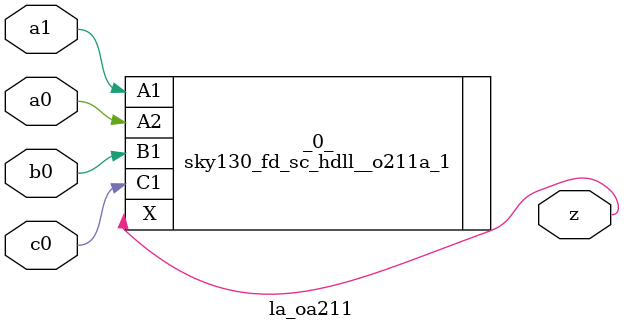
<source format=v>

/* Generated by Yosys 0.44 (git sha1 80ba43d26, g++ 11.4.0-1ubuntu1~22.04 -fPIC -O3) */

(* top =  1  *)
(* src = "inputs/la_oa211.v:10.1-22.10" *)
module la_oa211 (
    a0,
    a1,
    b0,
    c0,
    z
);
  (* src = "inputs/la_oa211.v:13.12-13.14" *)
  input a0;
  wire a0;
  (* src = "inputs/la_oa211.v:14.12-14.14" *)
  input a1;
  wire a1;
  (* src = "inputs/la_oa211.v:15.12-15.14" *)
  input b0;
  wire b0;
  (* src = "inputs/la_oa211.v:16.12-16.14" *)
  input c0;
  wire c0;
  (* src = "inputs/la_oa211.v:17.12-17.13" *)
  output z;
  wire z;
  sky130_fd_sc_hdll__o211a_1 _0_ (
      .A1(a1),
      .A2(a0),
      .B1(b0),
      .C1(c0),
      .X (z)
  );
endmodule

</source>
